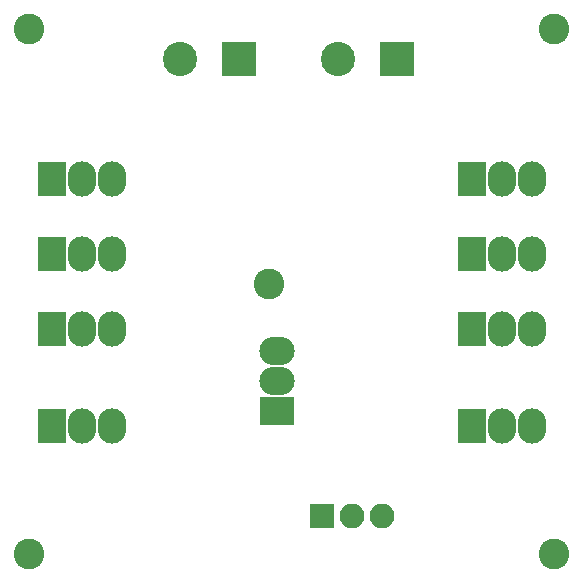
<source format=gbr>
G04 #@! TF.FileFunction,Soldermask,Bot*
%FSLAX46Y46*%
G04 Gerber Fmt 4.6, Leading zero omitted, Abs format (unit mm)*
G04 Created by KiCad (PCBNEW 4.0.7) date Saturday, June 09, 2018 'PMt' 12:28:08 PM*
%MOMM*%
%LPD*%
G01*
G04 APERTURE LIST*
%ADD10C,0.100000*%
%ADD11C,2.600000*%
%ADD12R,2.400000X3.000000*%
%ADD13O,2.400000X3.000000*%
%ADD14R,2.100000X2.100000*%
%ADD15O,2.100000X2.100000*%
%ADD16R,3.000000X2.400000*%
%ADD17O,3.000000X2.400000*%
%ADD18R,2.900000X2.900000*%
%ADD19C,2.900000*%
G04 APERTURE END LIST*
D10*
D11*
X132080000Y-83820000D03*
D12*
X113665000Y-81280000D03*
D13*
X116205000Y-81280000D03*
X118745000Y-81280000D03*
D14*
X136525000Y-103505000D03*
D15*
X139065000Y-103505000D03*
X141605000Y-103505000D03*
D12*
X113665000Y-74930000D03*
D13*
X116205000Y-74930000D03*
X118745000Y-74930000D03*
D12*
X113665000Y-87630000D03*
D13*
X116205000Y-87630000D03*
X118745000Y-87630000D03*
D12*
X113665000Y-95885000D03*
D13*
X116205000Y-95885000D03*
X118745000Y-95885000D03*
D12*
X149225000Y-87630000D03*
D13*
X151765000Y-87630000D03*
X154305000Y-87630000D03*
D12*
X149225000Y-95885000D03*
D13*
X151765000Y-95885000D03*
X154305000Y-95885000D03*
D12*
X149225000Y-81280000D03*
D13*
X151765000Y-81280000D03*
X154305000Y-81280000D03*
D12*
X149225000Y-74930000D03*
D13*
X151765000Y-74930000D03*
X154305000Y-74930000D03*
D11*
X156210000Y-62230000D03*
X111760000Y-62230000D03*
X111760000Y-106680000D03*
X156210000Y-106680000D03*
D16*
X132715000Y-94615000D03*
D17*
X132715000Y-92075000D03*
X132715000Y-89535000D03*
D18*
X129540000Y-64770000D03*
D19*
X124540000Y-64770000D03*
D18*
X142875000Y-64770000D03*
D19*
X137875000Y-64770000D03*
M02*

</source>
